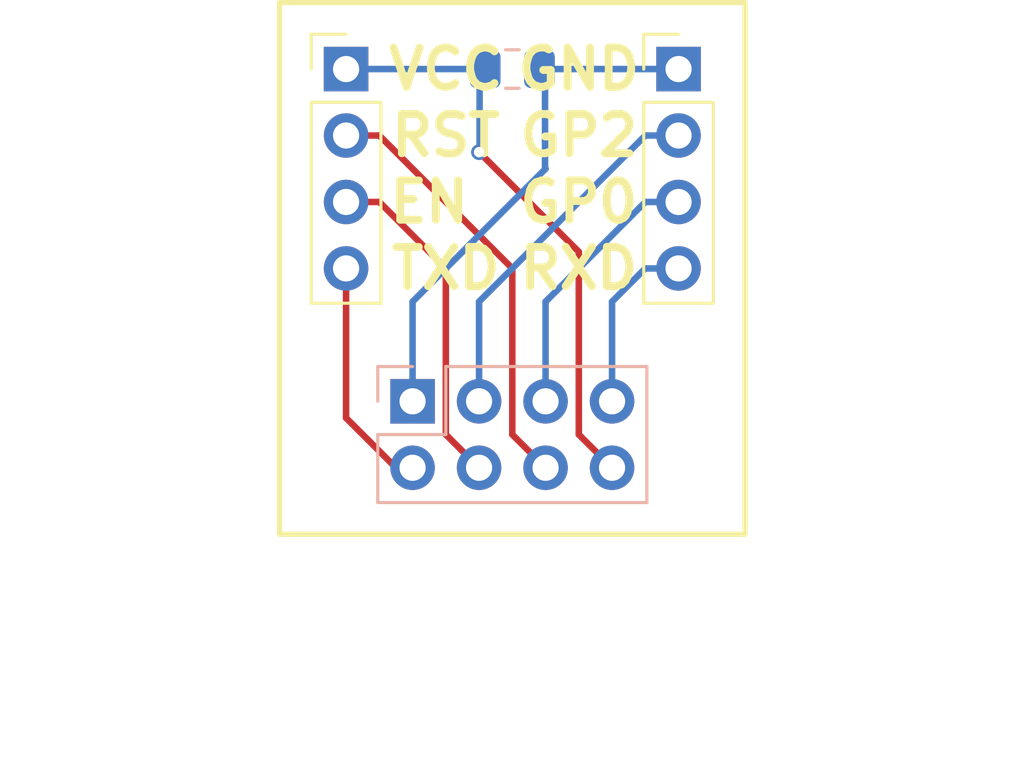
<source format=kicad_pcb>
(kicad_pcb (version 20211014) (generator pcbnew)
  (layers (0 "F.Cu" signal) (31 "B.Cu" signal) (34 "B.Paste" user) (35 "F.Paste" user) (36 "B.SilkS" user "B.Silkscreen") (37 "F.SilkS" user "F.Silkscreen") (38 "B.Mask" user) (39 "F.Mask" user) (44 "Edge.Cuts" user))
  (net 0 "")
  (footprint "Connector_PinHeader_2.54mm:PinHeader_1x04_P2.54mm_Vertical" (layer "F.Cu") (at 132.08 91.44)
    (fp_text reference "REF**" hide)
    (fp_text value "PinHeader_1x04_P2.54mm_Vertical")
    (fp_line (start 1.33 1.27) (end 1.33 8.95) (layer "F.SilkS") (width 0.12))
    (fp_line (start -1.33 1.27) (end 1.33 1.27) (layer "F.SilkS") (width 0.12))
    (fp_line (start -1.33 -1.33) (end 0 -1.33) (layer "F.SilkS") (width 0.12))
    (fp_line (start -1.33 0) (end -1.33 -1.33) (layer "F.SilkS") (width 0.12))
    (fp_line (start -1.33 8.95) (end 1.33 8.95) (layer "F.SilkS") (width 0.12))
    (fp_line (start -1.33 1.27) (end -1.33 8.95) (layer "F.SilkS") (width 0.12))
    (pad "1" thru_hole rect (at 0 0) (size 1.7 1.7) (drill 1) (layers *.Cu *.Mask))
    (pad "2" thru_hole oval (at 0 2.54) (size 1.7 1.7) (drill 1) (layers *.Cu *.Mask))
    (pad "3" thru_hole oval (at 0 5.08) (size 1.7 1.7) (drill 1) (layers *.Cu *.Mask))
    (pad "4" thru_hole oval (at 0 7.62) (size 1.7 1.7) (drill 1) (layers *.Cu *.Mask))
  )
  (footprint "Connector_PinHeader_2.54mm:PinHeader_1x04_P2.54mm_Vertical" (layer "F.Cu") (at 144.78 91.44)
    (fp_text reference "REF**" hide)
    (fp_text value "PinHeader_1x04_P2.54mm_Vertical")
    (fp_line (start -1.33 8.95) (end 1.33 8.95) (layer "F.SilkS") (width 0.12))
    (fp_line (start -1.33 -1.33) (end 0 -1.33) (layer "F.SilkS") (width 0.12))
    (fp_line (start 1.33 1.27) (end 1.33 8.95) (layer "F.SilkS") (width 0.12))
    (fp_line (start -1.33 0) (end -1.33 -1.33) (layer "F.SilkS") (width 0.12))
    (fp_line (start -1.33 1.27) (end -1.33 8.95) (layer "F.SilkS") (width 0.12))
    (fp_line (start -1.33 1.27) (end 1.33 1.27) (layer "F.SilkS") (width 0.12))
    (pad "1" thru_hole rect (at 0 0) (size 1.7 1.7) (drill 1) (layers *.Cu *.Mask))
    (pad "2" thru_hole oval (at 0 2.54) (size 1.7 1.7) (drill 1) (layers *.Cu *.Mask))
    (pad "3" thru_hole oval (at 0 5.08) (size 1.7 1.7) (drill 1) (layers *.Cu *.Mask))
    (pad "4" thru_hole oval (at 0 7.62) (size 1.7 1.7) (drill 1) (layers *.Cu *.Mask))
  )
  (footprint "Connector_PinHeader_2.54mm:PinHeader_2x04_P2.54mm_Vertical" (layer "B.Cu") (at 134.62 104.14 -90)
    (fp_text reference "REF**" hide)
    (fp_text value "PinHeader_2x04_P2.54mm_Vertical")
    (fp_line (start -1.33 1.33) (end 0 1.33) (layer "B.SilkS") (width 0.12))
    (fp_line (start 3.87 1.33) (end 3.87 -8.95) (layer "B.SilkS") (width 0.12))
    (fp_line (start 1.27 1.33) (end 3.87 1.33) (layer "B.SilkS") (width 0.12))
    (fp_line (start -1.33 0) (end -1.33 1.33) (layer "B.SilkS") (width 0.12))
    (fp_line (start -1.33 -8.95) (end 3.87 -8.95) (layer "B.SilkS") (width 0.12))
    (fp_line (start 1.27 -1.27) (end 1.27 1.33) (layer "B.SilkS") (width 0.12))
    (fp_line (start -1.33 -1.27) (end -1.33 -8.95) (layer "B.SilkS") (width 0.12))
    (fp_line (start -1.33 -1.27) (end 1.27 -1.27) (layer "B.SilkS") (width 0.12))
    (pad "1" thru_hole rect (at 0 0 270) (size 1.7 1.7) (drill 1) (layers *.Cu *.Mask))
    (pad "2" thru_hole oval (at 2.54 0 270) (size 1.7 1.7) (drill 1) (layers *.Cu *.Mask))
    (pad "3" thru_hole oval (at 0 -2.54 270) (size 1.7 1.7) (drill 1) (layers *.Cu *.Mask))
    (pad "4" thru_hole oval (at 2.54 -2.54 270) (size 1.7 1.7) (drill 1) (layers *.Cu *.Mask))
    (pad "5" thru_hole oval (at 0 -5.08 270) (size 1.7 1.7) (drill 1) (layers *.Cu *.Mask))
    (pad "6" thru_hole oval (at 2.54 -5.08 270) (size 1.7 1.7) (drill 1) (layers *.Cu *.Mask))
    (pad "7" thru_hole oval (at 0 -7.62 270) (size 1.7 1.7) (drill 1) (layers *.Cu *.Mask))
    (pad "8" thru_hole oval (at 2.54 -7.62 270) (size 1.7 1.7) (drill 1) (layers *.Cu *.Mask))
  )
  (footprint "Capacitor_SMD:C_0805_2012Metric_Pad1.18x1.45mm_HandSolder" (layer "B.Cu") (at 138.43 91.44 180)
    (fp_text reference "REF**" hide)
    (fp_text value "C_0805_2012Metric_Pad1.18x1.45mm_HandSolder")
    (fp_line (start -0.261252 -0.735) (end 0.261252 -0.735) (layer "B.SilkS") (width 0.12))
    (fp_line (start -0.261252 0.735) (end 0.261252 0.735) (layer "B.SilkS") (width 0.12))
    (pad "1" smd roundrect (at -1.0375 0 180) (size 1.175 1.45) (layers "B.Cu" "B.Paste" "B.Mask") (roundrect_rratio 0.212766))
    (pad "2" smd roundrect (at 1.0375 0 180) (size 1.175 1.45) (layers "B.Cu" "B.Paste" "B.Mask") (roundrect_rratio 0.212766))
  )
  (gr_line (start 147.32 109.22) (end 130.175 109.22) (layer "F.SilkS") (width 0.2))
  (gr_line (start 147.32 88.9) (end 147.32 109.22) (layer "F.SilkS") (width 0.2))
  (gr_line (start 129.54 88.9) (end 147.32 88.9) (layer "F.SilkS") (width 0.2))
  (gr_line (start 129.54 109.22) (end 129.54 88.9) (layer "F.SilkS") (width 0.2))
  (gr_line (start 130.175 109.22) (end 129.54 109.22) (layer "F.SilkS") (width 0.2))
  (gr_text "TXD" (at 135.89 99.06) (layer "F.SilkS") (effects (font (size 1.5 1.5) (thickness 0.3))))
  (gr_text "RST" (at 135.89 93.98) (layer "F.SilkS") (effects (font (size 1.5 1.5) (thickness 0.3))))
  (gr_text "EN" (at 135.255 96.52) (layer "F.SilkS") (effects (font (size 1.5 1.5) (thickness 0.3))))
  (gr_text "RXD" (at 140.97 99.06) (layer "F.SilkS") (effects (font (size 1.5 1.5) (thickness 0.3))))
  (gr_text "VCC" (at 135.89 91.44) (layer "F.SilkS") (effects (font (size 1.5 1.5) (thickness 0.3))))
  (gr_text "GND" (at 140.97 91.44) (layer "F.SilkS") (effects (font (size 1.5 1.5) (thickness 0.3))))
  (gr_text "GP2" (at 140.97 93.98) (layer "F.SilkS") (effects (font (size 1.5 1.5) (thickness 0.3))))
  (gr_text "GP0" (at 140.97 96.52) (layer "F.SilkS") (effects (font (size 1.5 1.5) (thickness 0.3))))
  (segment (start 133.985 106.68) (end 132.08 104.775) (width 0.25) (layer "F.Cu") (net 0))
  (segment (start 132.08 104.775) (end 132.08 99.06) (width 0.25) (layer "F.Cu") (net 0))
  (segment (start 135.89 105.41) (end 135.89 99.06) (width 0.25) (layer "F.Cu") (net 0))
  (segment (start 135.89 99.06) (end 133.35 96.52) (width 0.25) (layer "F.Cu") (net 0))
  (segment (start 133.35 96.52) (end 132.08 96.52) (width 0.25) (layer "F.Cu") (net 0))
  (segment (start 138.43 105.41) (end 138.43 99.06) (width 0.25) (layer "F.Cu") (net 0))
  (segment (start 138.43 99.06) (end 133.35 93.98) (width 0.25) (layer "F.Cu") (net 0))
  (segment (start 133.35 93.98) (end 132.08 93.98) (width 0.25) (layer "F.Cu") (net 0))
  (segment (start 140.97 105.41) (end 140.97 98.425) (width 0.25) (layer "F.Cu") (net 0))
  (segment (start 140.97 98.425) (end 137.16 94.615) (width 0.25) (layer "F.Cu") (net 0))
  (segment (start 139.7 106.68) (end 138.43 105.41) (width 0.25) (layer "F.Cu") (net 0))
  (segment (start 134.62 106.68) (end 133.985 106.68) (width 0.25) (layer "F.Cu") (net 0))
  (segment (start 137.16 106.68) (end 135.89 105.41) (width 0.25) (layer "F.Cu") (net 0))
  (segment (start 142.24 106.68) (end 140.97 105.41) (width 0.25) (layer "F.Cu") (net 0))
  (via (at 137.16 94.615) (size 0.6) (drill 0.4) (layers "F.Cu" "B.Cu") (net 0))
  (segment (start 134.62 100.33) (end 134.62 104.14) (width 0.25) (layer "B.Cu") (net 0))
  (segment (start 143.51 93.98) (end 137.16 100.33) (width 0.25) (layer "B.Cu") (net 0))
  (segment (start 137.16 100.33) (end 137.16 104.14) (width 0.25) (layer "B.Cu") (net 0))
  (segment (start 143.51 96.52) (end 139.7 100.33) (width 0.25) (layer "B.Cu") (net 0))
  (segment (start 139.7 100.33) (end 139.7 104.14) (width 0.25) (layer "B.Cu") (net 0))
  (segment (start 143.51 99.06) (end 142.24 100.33) (width 0.25) (layer "B.Cu") (net 0))
  (segment (start 142.24 100.33) (end 142.24 104.14) (width 0.25) (layer "B.Cu") (net 0))
  (segment (start 139.68 95.27) (end 139.7 95.25) (width 0.25) (layer "B.Cu") (net 0))
  (segment (start 139.7 95.25) (end 134.62 100.33) (width 0.25) (layer "B.Cu") (net 0))
  (segment (start 137.18 94.595) (end 137.16 94.615) (width 0.25) (layer "B.Cu") (net 0))
  (segment (start 143.51 91.44) (end 139.68 91.44) (width 0.25) (layer "B.Cu") (net 0))
  (segment (start 139.68 91.44) (end 139.68 95.27) (width 0.25) (layer "B.Cu") (net 0))
  (segment (start 144.78 91.44) (end 143.51 91.44) (width 0.25) (layer "B.Cu") (net 0))
  (segment (start 132.08 91.44) (end 137.18 91.44) (width 0.25) (layer "B.Cu") (net 0))
  (segment (start 144.78 99.06) (end 143.51 99.06) (width 0.25) (layer "B.Cu") (net 0))
  (segment (start 144.78 96.52) (end 143.51 96.52) (width 0.25) (layer "B.Cu") (net 0))
  (segment (start 144.78 93.98) (end 143.51 93.98) (width 0.25) (layer "B.Cu") (net 0))
  (segment (start 137.18 91.44) (end 137.18 94.595) (width 0.25) (layer "B.Cu") (net 0))
)
</source>
